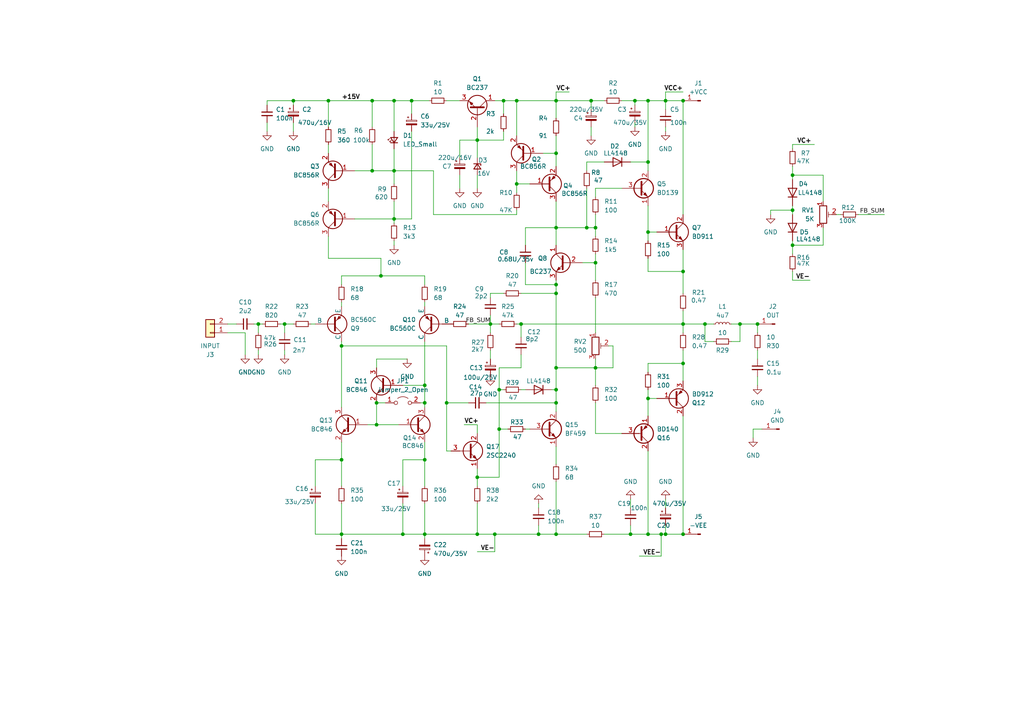
<source format=kicad_sch>
(kicad_sch (version 20250114) (generator "eeschema") (generator_version "9.0")
  (paper "A4")
  (lib_symbols
    (symbol "Connector:Conn_01x01_Pin" (pin_names (offset 1.016) (hide yes))
      (property "Reference" "J" (at 0 2.54 0))
      (property "Value" "Conn_01x01_Pin" (at 0 -2.54 0))
      (symbol "Conn_01x01_Pin_1_1"
        (pin passive line (at 5.08 0 180) (length 3.81) (name "Pin_1") (number "1"))
      )
    )
    (symbol "Connector_Generic:Conn_01x02" (pin_names (offset 1.016) (hide yes))
      (property "Reference" "J" (at 0 2.54 0))
      (property "Value" "Conn_01x02" (at 0 -5.08 0))
      (symbol "Conn_01x02_1_1"
        (pin passive line (at -5.08 0 0) (length 3.81) (name "Pin_1") (number "1"))
        (pin passive line (at -5.08 -2.54 0) (length 3.81) (name "Pin_2") (number "2"))
      )
    )
    (symbol "Device:C_Polarized_Small" (pin_numbers (hide yes)) (pin_names (offset 0.254) (hide yes))
      (property "Reference" "C" (at 0.254 1.778 0))
      (property "Value" "C_Polarized_Small" (at 0.254 -2.032 0))
      (symbol "C_Polarized_Small_1_1"
        (pin passive line (at 0 2.54 270) (length 1.8542) (name "~") (number "1"))
        (pin passive line (at 0 -2.54 90) (length 1.8542) (name "~") (number "2"))
      )
    )
    (symbol "Device:C_Small" (pin_numbers (hide yes)) (pin_names (offset 0.254) (hide yes))
      (property "Reference" "C" (at 0.254 1.778 0))
      (property "Value" "C_Small" (at 0.254 -2.032 0))
      (symbol "C_Small_1_1"
        (pin passive line (at 0 2.54 270) (length 2.032) (name "~") (number "1"))
        (pin passive line (at 0 -2.54 90) (length 2.032) (name "~") (number "2"))
      )
    )
    (symbol "Device:D_Zener_Small" (pin_numbers (hide yes)) (pin_names (offset 0.254) (hide yes))
      (property "Reference" "D" (at 0 2.286 0))
      (property "Value" "D_Zener_Small" (at 0 -2.286 0))
      (symbol "D_Zener_Small_1_1"
        (pin passive line (at -2.54 0 0) (length 1.778) (name "K") (number "1"))
        (pin passive line (at 2.54 0 180) (length 1.778) (name "A") (number "2"))
      )
    )
    (symbol "Device:LED_Small" (pin_numbers (hide yes)) (pin_names (offset 0.254) (hide yes))
      (property "Reference" "D" (at -1.27 3.175 0))
      (property "Value" "LED_Small" (at -4.445 -2.54 0))
      (symbol "LED_Small_1_1"
        (pin passive line (at -2.54 0 0) (length 1.778) (name "K") (number "1"))
        (pin passive line (at 2.54 0 180) (length 1.778) (name "A") (number "2"))
      )
    )
    (symbol "Device:L_Small" (pin_numbers (hide yes)) (pin_names (offset 0.254) (hide yes))
      (property "Reference" "L" (at 0.762 1.016 0))
      (property "Value" "L_Small" (at 0.762 -1.016 0))
      (symbol "L_Small_1_1"
        (pin passive line (at 0 2.54 270) (length 0.508) (name "~") (number "1"))
        (pin passive line (at 0 -2.54 90) (length 0.508) (name "~") (number "2"))
      )
    )
    (symbol "Device:R_Potentiometer_Trim" (pin_names (offset 1.016) (hide yes))
      (property "Reference" "RV" (at -4.445 0 90))
      (property "Value" "R_Potentiometer_Trim" (at -2.54 0 90))
      (symbol "R_Potentiometer_Trim_1_1"
        (pin passive line (at 0 3.81 270) (length 1.27) (name "1") (number "1"))
        (pin passive line (at 0 -3.81 90) (length 1.27) (name "3") (number "3"))
        (pin passive line (at 3.81 0 180) (length 1.27) (name "2") (number "2"))
      )
    )
    (symbol "Device:R_Small" (pin_numbers (hide yes)) (pin_names (offset 0.254) (hide yes))
      (property "Reference" "R" (at 0.762 0.508 0))
      (property "Value" "R_Small" (at 0.762 -1.016 0))
      (symbol "R_Small_1_1"
        (pin passive line (at 0 2.54 270) (length 0.762) (name "~") (number "1"))
        (pin passive line (at 0 -2.54 90) (length 0.762) (name "~") (number "2"))
      )
    )
    (symbol "Diode:LL4148" (pin_numbers (hide yes)) (pin_names (hide yes))
      (property "Reference" "D" (at 0 2.54 0))
      (property "Value" "LL4148" (at 0 -2.54 0))
      (symbol "LL4148_1_1"
        (pin passive line (at -3.81 0 0) (length 2.54) (name "K") (number "1"))
        (pin passive line (at 3.81 0 180) (length 2.54) (name "A") (number "2"))
      )
    )
    (symbol "GND_1" (power) (pin_numbers (hide yes)) (pin_names (offset 0) (hide yes))
      (property "Value" "GND" (at 0 -3.81 0))
      (symbol "GND_1_1_1"
        (pin power_in line (at 0 0 270) (length 0) (name "~") (number "1"))
      )
    )
    (symbol "Jumper:Jumper_2_Open" (pin_names (offset 0) (hide yes))
      (property "Reference" "JP" (at 0 2.794 0))
      (property "Value" "Jumper_2_Open" (at 0 -2.286 0))
      (symbol "Jumper_2_Open_1_1"
        (pin passive line (at -5.08 0 0) (length 2.54) (name "A") (number "1"))
        (pin passive line (at 5.08 0 180) (length 2.54) (name "B") (number "2"))
      )
    )
    (symbol "Simulation_SPICE:PNP" (pin_numbers (hide yes)) (pin_names (offset 0))
      (property "Reference" "Q" (at -2.54 7.62 0))
      (property "Value" "PNP" (at -2.54 5.08 0))
      (symbol "PNP_1_1"
        (pin input line (at -5.08 0 0) (length 2.54) (name "B") (number "2"))
        (pin open_collector line (at 2.54 5.08 270) (length 2.54) (name "C") (number "1"))
        (pin open_emitter line (at 2.54 -5.08 90) (length 2.54) (name "E") (number "3"))
      )
    )
    (symbol "Transistor_BJT:2SC1815" (pin_names (offset 0) (hide yes))
      (property "Reference" "Q" (at 5.08 1.905 0))
      (property "Value" "2SC1815" (at 5.08 0 0))
      (symbol "2SC1815_1_1"
        (pin input line (at -5.08 0 0) (length 2.54) (name "B") (number "3"))
        (pin passive line (at 2.54 5.08 270) (length 2.54) (name "C") (number "2"))
        (pin passive line (at 2.54 -5.08 90) (length 2.54) (name "E") (number "1"))
      )
    )
    (symbol "Transistor_BJT:BC237" (pin_names (offset 0) (hide yes))
      (property "Reference" "Q" (at 5.08 1.905 0))
      (property "Value" "BC237" (at 5.08 0 0))
      (symbol "BC237_1_1"
        (pin input line (at -5.08 0 0) (length 5.08) (name "B") (number "2"))
        (pin passive line (at 2.54 5.08 270) (length 2.54) (name "C") (number "1"))
        (pin passive line (at 2.54 -5.08 90) (length 2.54) (name "E") (number "3"))
      )
    )
    (symbol "Transistor_BJT:BC848" (pin_names (offset 0) (hide yes))
      (property "Reference" "Q" (at 5.08 1.905 0))
      (property "Value" "BC848" (at 5.08 0 0))
      (symbol "BC848_1_1"
        (pin input line (at -5.08 0 0) (length 5.715) (name "B") (number "1"))
        (pin passive line (at 2.54 5.08 270) (length 2.54) (name "C") (number "3"))
        (pin passive line (at 2.54 -5.08 90) (length 2.54) (name "E") (number "2"))
      )
    )
    (symbol "Transistor_BJT:BC858" (pin_names (offset 0) (hide yes))
      (property "Reference" "Q" (at 5.08 1.905 0))
      (property "Value" "BC858" (at 5.08 0 0))
      (symbol "BC858_1_1"
        (pin input line (at -5.08 0 0) (length 5.715) (name "B") (number "1"))
        (pin passive line (at 2.54 5.08 270) (length 2.54) (name "C") (number "3"))
        (pin passive line (at 2.54 -5.08 90) (length 2.54) (name "E") (number "2"))
      )
    )
    (symbol "Transistor_BJT:BD139" (pin_names (offset 0) (hide yes))
      (property "Reference" "Q" (at 5.08 1.905 0))
      (property "Value" "BD139" (at 5.08 0 0))
      (symbol "BD139_1_1"
        (pin input line (at -5.08 0 0) (length 5.08) (name "B") (number "3"))
        (pin passive line (at 2.54 5.08 270) (length 2.54) (name "C") (number "2"))
        (pin passive line (at 2.54 -5.08 90) (length 2.54) (name "E") (number "1"))
      )
    )
    (symbol "Transistor_BJT:BD140" (pin_names (offset 0) (hide yes))
      (property "Reference" "Q" (at 5.08 1.905 0))
      (property "Value" "BD140" (at 5.08 0 0))
      (symbol "BD140_1_1"
        (pin input line (at -5.08 0 0) (length 5.08) (name "B") (number "3"))
        (pin passive line (at 2.54 5.08 270) (length 2.54) (name "C") (number "2"))
        (pin passive line (at 2.54 -5.08 90) (length 2.54) (name "E") (number "1"))
      )
    )
    (symbol "Transistor_BJT:BD911" (pin_names (offset 0) (hide yes))
      (property "Reference" "Q" (at 6.35 1.905 0))
      (property "Value" "BD911" (at 6.35 0 0))
      (symbol "BD911_1_1"
        (pin input line (at -5.08 0 0) (length 5.715) (name "B") (number "1"))
        (pin passive line (at 2.54 5.08 270) (length 2.54) (name "C") (number "2"))
        (pin passive line (at 2.54 -5.08 90) (length 2.54) (name "E") (number "3"))
      )
    )
    (symbol "Transistor_BJT:BD912" (pin_names (offset 0) (hide yes))
      (property "Reference" "Q" (at 6.35 1.905 0))
      (property "Value" "BD912" (at 6.35 0 0))
      (symbol "BD912_1_1"
        (pin input line (at -5.08 0 0) (length 5.715) (name "B") (number "1"))
        (pin passive line (at 2.54 5.08 270) (length 2.54) (name "C") (number "2"))
        (pin passive line (at 2.54 -5.08 90) (length 2.54) (name "E") (number "3"))
      )
    )
    (symbol "power:GND" (power) (pin_names (offset 0))
      (property "Value" "GND" (at 0 -3.81 0))
      (symbol "GND_1_1"
        (pin power_in line (at 0 0 270) (length 0) (hide yes) (name "GND") (number "1"))
      )
    )
  )
  (junction (at 151.13 93.98))
  (junction (at 116.84 154.94))
  (junction (at 123.19 133.35))
  (junction (at 85.09 29.21))
  (junction (at 114.3 49.53))
  (junction (at 172.72 66.04))
  (junction (at 229.87 71.12))
  (junction (at 229.87 50.8))
  (junction (at 193.04 154.94))
  (junction (at 161.29 106.68))
  (junction (at 109.22 123.19))
  (junction (at 161.29 66.04))
  (junction (at 149.86 29.21))
  (junction (at 99.06 133.35))
  (junction (at 187.96 29.21))
  (junction (at 198.12 29.21))
  (junction (at 198.12 93.98))
  (junction (at 129.54 116.84))
  (junction (at 214.63 93.98))
  (junction (at 187.96 115.57))
  (junction (at 161.29 82.55))
  (junction (at 107.95 29.21))
  (junction (at 198.12 78.74))
  (junction (at 107.95 49.53))
  (junction (at 161.29 85.09))
  (junction (at 172.72 106.68))
  (junction (at 161.29 116.84))
  (junction (at 144.78 124.46))
  (junction (at 95.25 29.21))
  (junction (at 149.86 53.34))
  (junction (at 204.47 93.98))
  (junction (at 193.04 29.21))
  (junction (at 142.24 93.98))
  (junction (at 161.29 154.94))
  (junction (at 198.12 105.41))
  (junction (at 191.77 154.94))
  (junction (at 119.38 29.21))
  (junction (at 74.93 93.98))
  (junction (at 114.3 29.21))
  (junction (at 187.96 154.94))
  (junction (at 187.96 46.99))
  (junction (at 144.78 113.03))
  (junction (at 82.55 93.98))
  (junction (at 109.22 116.84))
  (junction (at 143.51 154.94))
  (junction (at 170.18 66.04))
  (junction (at 146.05 29.21))
  (junction (at 99.06 100.33))
  (junction (at 182.88 154.94))
  (junction (at 123.19 116.84))
  (junction (at 184.15 29.21))
  (junction (at 161.29 44.45))
  (junction (at 110.49 80.01))
  (junction (at 114.3 63.5))
  (junction (at 123.19 111.76))
  (junction (at 99.06 154.94))
  (junction (at 161.29 29.21))
  (junction (at 172.72 76.2))
  (junction (at 138.43 154.94))
  (junction (at 138.43 138.43))
  (junction (at 219.71 93.98))
  (junction (at 156.21 154.94))
  (junction (at 161.29 113.03))
  (junction (at 171.45 29.21))
  (junction (at 123.19 154.94))
  (junction (at 138.43 40.64))
  (junction (at 198.12 154.94))
  (junction (at 229.87 60.96))
  (junction (at 187.96 67.31))
  (wire (pts (xy 161.29 26.67) (xy 161.29 29.21)))
  (wire (pts (xy 229.87 59.69) (xy 229.87 60.96)))
  (wire (pts (xy 219.71 104.14) (xy 219.71 101.6)))
  (wire (pts (xy 161.29 106.68) (xy 161.29 113.03)))
  (wire (pts (xy 172.72 116.84) (xy 172.72 125.73)))
  (wire (pts (xy 114.3 49.53) (xy 114.3 53.34)))
  (wire (pts (xy 129.54 29.21) (xy 133.35 29.21)))
  (wire (pts (xy 175.26 154.94) (xy 182.88 154.94)))
  (wire (pts (xy 198.12 78.74) (xy 198.12 85.09)))
  (wire (pts (xy 161.29 39.37) (xy 161.29 44.45)))
  (wire (pts (xy 229.87 50.8) (xy 229.87 52.07)))
  (wire (pts (xy 95.25 29.21) (xy 107.95 29.21)))
  (wire (pts (xy 74.93 93.98) (xy 74.93 96.52)))
  (wire (pts (xy 161.29 58.42) (xy 161.29 66.04)))
  (wire (pts (xy 138.43 125.73) (xy 138.43 123.19)))
  (wire (pts (xy 198.12 29.21) (xy 198.12 62.23)))
  (wire (pts (xy 156.21 146.05) (xy 156.21 147.32)))
  (wire (pts (xy 190.5 115.57) (xy 187.96 115.57)))
  (wire (pts (xy 234.95 81.28) (xy 229.87 81.28)))
  (wire (pts (xy 182.88 46.99) (xy 187.96 46.99)))
  (wire (pts (xy 143.51 29.21) (xy 146.05 29.21)))
  (wire (pts (xy 68.58 93.98) (xy 66.04 93.98)))
  (wire (pts (xy 219.71 96.52) (xy 219.71 93.98)))
  (wire (pts (xy 138.43 135.89) (xy 138.43 138.43)))
  (wire (pts (xy 172.72 66.04) (xy 172.72 68.58)))
  (wire (pts (xy 138.43 36.83) (xy 138.43 40.64)))
  (wire (pts (xy 109.22 123.19) (xy 115.57 123.19)))
  (wire (pts (xy 102.87 63.5) (xy 114.3 63.5)))
  (wire (pts (xy 114.3 63.5) (xy 114.3 64.77)))
  (wire (pts (xy 99.06 128.27) (xy 99.06 133.35)))
  (wire (pts (xy 176.53 100.33) (xy 177.8 100.33)))
  (wire (pts (xy 91.44 154.94) (xy 91.44 146.05)))
  (wire (pts (xy 161.29 139.7) (xy 161.29 154.94)))
  (wire (pts (xy 184.15 29.21) (xy 184.15 30.48)))
  (wire (pts (xy 85.09 35.56) (xy 85.09 38.1)))
  (wire (pts (xy 77.47 35.56) (xy 77.47 38.1)))
  (wire (pts (xy 170.18 46.99) (xy 170.18 49.53)))
  (wire (pts (xy 133.35 40.64) (xy 138.43 40.64)))
  (wire (pts (xy 172.72 86.36) (xy 172.72 96.52)))
  (wire (pts (xy 177.8 100.33) (xy 177.8 106.68)))
  (wire (pts (xy 123.19 111.76) (xy 123.19 116.84)))
  (wire (pts (xy 191.77 154.94) (xy 193.04 154.94)))
  (wire (pts (xy 149.86 60.96) (xy 149.86 62.23)))
  (wire (pts (xy 95.25 41.91) (xy 95.25 44.45)))
  (wire (pts (xy 187.96 113.03) (xy 187.96 115.57)))
  (wire (pts (xy 242.57 62.23) (xy 243.84 62.23)))
  (wire (pts (xy 99.06 99.06) (xy 99.06 100.33)))
  (wire (pts (xy 82.55 93.98) (xy 82.55 96.52)))
  (wire (pts (xy 99.06 100.33) (xy 129.54 100.33)))
  (wire (pts (xy 198.12 93.98) (xy 198.12 96.52)))
  (wire (pts (xy 172.72 73.66) (xy 172.72 76.2)))
  (wire (pts (xy 171.45 29.21) (xy 171.45 31.75)))
  (wire (pts (xy 198.12 101.6) (xy 198.12 105.41)))
  (wire (pts (xy 149.86 93.98) (xy 151.13 93.98)))
  (wire (pts (xy 229.87 71.12) (xy 229.87 73.66)))
  (wire (pts (xy 82.55 101.6) (xy 82.55 102.87)))
  (wire (pts (xy 149.86 62.23) (xy 125.73 62.23)))
  (wire (pts (xy 106.68 123.19) (xy 109.22 123.19)))
  (wire (pts (xy 187.96 115.57) (xy 187.96 120.65)))
  (wire (pts (xy 168.91 76.2) (xy 172.72 76.2)))
  (wire (pts (xy 114.3 69.85) (xy 114.3 71.12)))
  (wire (pts (xy 143.51 154.94) (xy 156.21 154.94)))
  (wire (pts (xy 114.3 29.21) (xy 114.3 38.1)))
  (wire (pts (xy 138.43 50.8) (xy 138.43 54.61)))
  (wire (pts (xy 144.78 138.43) (xy 138.43 138.43)))
  (wire (pts (xy 81.28 93.98) (xy 82.55 93.98)))
  (wire (pts (xy 149.86 53.34) (xy 149.86 55.88)))
  (wire (pts (xy 198.12 26.67) (xy 193.04 26.67)))
  (wire (pts (xy 99.06 154.94) (xy 99.06 156.21)))
  (wire (pts (xy 193.04 29.21) (xy 198.12 29.21)))
  (wire (pts (xy 138.43 138.43) (xy 138.43 140.97)))
  (wire (pts (xy 238.76 71.12) (xy 229.87 71.12)))
  (wire (pts (xy 187.96 46.99) (xy 187.96 49.53)))
  (wire (pts (xy 121.92 116.84) (xy 123.19 116.84)))
  (wire (pts (xy 161.29 81.28) (xy 161.29 82.55)))
  (wire (pts (xy 161.29 113.03) (xy 161.29 116.84)))
  (wire (pts (xy 144.78 124.46) (xy 144.78 138.43)))
  (wire (pts (xy 151.13 85.09) (xy 161.29 85.09)))
  (wire (pts (xy 161.29 26.67) (xy 165.1 26.67)))
  (wire (pts (xy 149.86 29.21) (xy 149.86 39.37)))
  (wire (pts (xy 185.42 161.29) (xy 191.77 161.29)))
  (wire (pts (xy 133.35 50.8) (xy 133.35 54.61)))
  (wire (pts (xy 172.72 125.73) (xy 180.34 125.73)))
  (wire (pts (xy 198.12 90.17) (xy 198.12 93.98)))
  (wire (pts (xy 107.95 41.91) (xy 107.95 49.53)))
  (wire (pts (xy 95.25 74.93) (xy 110.49 74.93)))
  (wire (pts (xy 146.05 29.21) (xy 149.86 29.21)))
  (wire (pts (xy 116.84 154.94) (xy 123.19 154.94)))
  (wire (pts (xy 161.29 106.68) (xy 172.72 106.68)))
  (wire (pts (xy 129.54 100.33) (xy 129.54 116.84)))
  (wire (pts (xy 123.19 154.94) (xy 138.43 154.94)))
  (wire (pts (xy 238.76 58.42) (xy 238.76 50.8)))
  (wire (pts (xy 109.22 116.84) (xy 111.76 116.84)))
  (wire (pts (xy 144.78 113.03) (xy 146.05 113.03)))
  (wire (pts (xy 138.43 40.64) (xy 138.43 45.72)))
  (wire (pts (xy 152.4 76.2) (xy 152.4 82.55)))
  (wire (pts (xy 102.87 49.53) (xy 107.95 49.53)))
  (wire (pts (xy 204.47 93.98) (xy 204.47 99.06)))
  (wire (pts (xy 214.63 99.06) (xy 214.63 93.98)))
  (wire (pts (xy 138.43 40.64) (xy 146.05 40.64)))
  (wire (pts (xy 187.96 78.74) (xy 198.12 78.74)))
  (wire (pts (xy 172.72 76.2) (xy 172.72 81.28)))
  (wire (pts (xy 193.04 36.83) (xy 193.04 38.1)))
  (wire (pts (xy 187.96 107.95) (xy 187.96 105.41)))
  (wire (pts (xy 99.06 80.01) (xy 110.49 80.01)))
  (wire (pts (xy 212.09 93.98) (xy 214.63 93.98)))
  (wire (pts (xy 142.24 85.09) (xy 142.24 86.36)))
  (wire (pts (xy 182.88 152.4) (xy 182.88 154.94)))
  (wire (pts (xy 114.3 43.18) (xy 114.3 49.53)))
  (wire (pts (xy 170.18 54.61) (xy 170.18 66.04)))
  (wire (pts (xy 229.87 69.85) (xy 229.87 71.12)))
  (wire (pts (xy 151.13 93.98) (xy 198.12 93.98)))
  (wire (pts (xy 172.72 104.14) (xy 172.72 106.68)))
  (wire (pts (xy 144.78 113.03) (xy 144.78 124.46)))
  (wire (pts (xy 187.96 67.31) (xy 190.5 67.31)))
  (wire (pts (xy 177.8 106.68) (xy 172.72 106.68)))
  (wire (pts (xy 91.44 93.98) (xy 90.17 93.98)))
  (wire (pts (xy 172.72 54.61) (xy 180.34 54.61)))
  (wire (pts (xy 119.38 29.21) (xy 124.46 29.21)))
  (wire (pts (xy 170.18 46.99) (xy 175.26 46.99)))
  (wire (pts (xy 187.96 154.94) (xy 191.77 154.94)))
  (wire (pts (xy 123.19 154.94) (xy 123.19 156.21)))
  (wire (pts (xy 99.06 100.33) (xy 99.06 118.11)))
  (wire (pts (xy 125.73 62.23) (xy 125.73 49.53)))
  (wire (pts (xy 66.04 96.52) (xy 71.12 96.52)))
  (wire (pts (xy 77.47 29.21) (xy 85.09 29.21)))
  (wire (pts (xy 248.92 62.23) (xy 256.54 62.23)))
  (wire (pts (xy 138.43 154.94) (xy 143.51 154.94)))
  (wire (pts (xy 223.52 62.23) (xy 223.52 60.96)))
  (wire (pts (xy 238.76 50.8) (xy 229.87 50.8)))
  (wire (pts (xy 109.22 116.84) (xy 109.22 123.19)))
  (wire (pts (xy 152.4 124.46) (xy 153.67 124.46)))
  (wire (pts (xy 140.97 116.84) (xy 161.29 116.84)))
  (wire (pts (xy 144.78 106.68) (xy 151.13 106.68)))
  (wire (pts (xy 149.86 29.21) (xy 161.29 29.21)))
  (wire (pts (xy 160.02 113.03) (xy 161.29 113.03)))
  (wire (pts (xy 135.89 93.98) (xy 142.24 93.98)))
  (wire (pts (xy 161.29 129.54) (xy 161.29 134.62)))
  (wire (pts (xy 198.12 93.98) (xy 204.47 93.98)))
  (wire (pts (xy 123.19 99.06) (xy 123.19 111.76)))
  (wire (pts (xy 129.54 130.81) (xy 130.81 130.81)))
  (wire (pts (xy 149.86 53.34) (xy 153.67 53.34)))
  (wire (pts (xy 191.77 161.29) (xy 191.77 154.94)))
  (wire (pts (xy 107.95 29.21) (xy 114.3 29.21)))
  (wire (pts (xy 218.44 124.46) (xy 218.44 127)))
  (wire (pts (xy 73.66 93.98) (xy 74.93 93.98)))
  (wire (pts (xy 157.48 44.45) (xy 161.29 44.45)))
  (wire (pts (xy 133.35 40.64) (xy 133.35 45.72)))
  (wire (pts (xy 229.87 41.91) (xy 229.87 43.18)))
  (wire (pts (xy 172.72 57.15) (xy 172.72 54.61)))
  (wire (pts (xy 161.29 66.04) (xy 170.18 66.04)))
  (wire (pts (xy 129.54 116.84) (xy 135.89 116.84)))
  (wire (pts (xy 144.78 106.68) (xy 144.78 113.03)))
  (wire (pts (xy 193.04 144.78) (xy 193.04 147.32)))
  (wire (pts (xy 187.96 59.69) (xy 187.96 67.31)))
  (wire (pts (xy 187.96 74.93) (xy 187.96 78.74)))
  (wire (pts (xy 229.87 48.26) (xy 229.87 50.8)))
  (wire (pts (xy 170.18 66.04) (xy 172.72 66.04)))
  (wire (pts (xy 146.05 29.21) (xy 146.05 33.02)))
  (wire (pts (xy 109.22 104.14) (xy 118.11 104.14)))
  (wire (pts (xy 99.06 154.94) (xy 116.84 154.94)))
  (wire (pts (xy 110.49 80.01) (xy 123.19 80.01)))
  (wire (pts (xy 74.93 101.6) (xy 74.93 102.87)))
  (wire (pts (xy 99.06 154.94) (xy 91.44 154.94)))
  (wire (pts (xy 187.96 105.41) (xy 198.12 105.41)))
  (wire (pts (xy 187.96 67.31) (xy 187.96 69.85)))
  (wire (pts (xy 109.22 104.14) (xy 109.22 106.68)))
  (wire (pts (xy 91.44 140.97) (xy 91.44 133.35)))
  (wire (pts (xy 156.21 154.94) (xy 161.29 154.94)))
  (wire (pts (xy 74.93 93.98) (xy 76.2 93.98)))
  (wire (pts (xy 95.25 54.61) (xy 95.25 58.42)))
  (wire (pts (xy 151.13 113.03) (xy 152.4 113.03)))
  (wire (pts (xy 198.12 120.65) (xy 198.12 154.94)))
  (wire (pts (xy 161.29 44.45) (xy 161.29 48.26)))
  (wire (pts (xy 180.34 29.21) (xy 184.15 29.21)))
  (wire (pts (xy 119.38 33.02) (xy 119.38 29.21)))
  (wire (pts (xy 99.06 146.05) (xy 99.06 154.94)))
  (wire (pts (xy 91.44 133.35) (xy 99.06 133.35)))
  (wire (pts (xy 220.98 124.46) (xy 218.44 124.46)))
  (wire (pts (xy 193.04 29.21) (xy 193.04 31.75)))
  (wire (pts (xy 123.19 128.27) (xy 123.19 133.35)))
  (wire (pts (xy 85.09 30.48) (xy 85.09 29.21)))
  (wire (pts (xy 161.29 29.21) (xy 161.29 34.29)))
  (wire (pts (xy 143.51 160.02) (xy 143.51 154.94)))
  (wire (pts (xy 223.52 60.96) (xy 229.87 60.96)))
  (wire (pts (xy 182.88 154.94) (xy 187.96 154.94)))
  (wire (pts (xy 116.84 146.05) (xy 116.84 154.94)))
  (wire (pts (xy 116.84 133.35) (xy 123.19 133.35)))
  (wire (pts (xy 172.72 62.23) (xy 172.72 66.04)))
  (wire (pts (xy 123.19 116.84) (xy 123.19 118.11)))
  (wire (pts (xy 151.13 102.87) (xy 151.13 106.68)))
  (wire (pts (xy 123.19 82.55) (xy 123.19 80.01)))
  (wire (pts (xy 107.95 29.21) (xy 107.95 36.83)))
  (wire (pts (xy 193.04 152.4) (xy 193.04 154.94)))
  (wire (pts (xy 161.29 29.21) (xy 171.45 29.21)))
  (wire (pts (xy 123.19 87.63) (xy 123.19 88.9)))
  (wire (pts (xy 144.78 124.46) (xy 147.32 124.46)))
  (wire (pts (xy 114.3 29.21) (xy 119.38 29.21)))
  (wire (pts (xy 171.45 36.83) (xy 171.45 39.37)))
  (wire (pts (xy 161.29 66.04) (xy 161.29 71.12)))
  (wire (pts (xy 99.06 133.35) (xy 99.06 140.97)))
  (wire (pts (xy 142.24 101.6) (xy 142.24 104.14)))
  (wire (pts (xy 184.15 35.56) (xy 184.15 36.83)))
  (wire (pts (xy 138.43 123.19) (xy 134.62 123.19)))
  (wire (pts (xy 114.3 63.5) (xy 119.38 63.5)))
  (wire (pts (xy 187.96 29.21) (xy 187.96 46.99)))
  (wire (pts (xy 82.55 93.98) (xy 85.09 93.98)))
  (wire (pts (xy 187.96 29.21) (xy 193.04 29.21)))
  (wire (pts (xy 123.19 146.05) (xy 123.19 154.94)))
  (wire (pts (xy 161.29 116.84) (xy 161.29 119.38)))
  (wire (pts (xy 198.12 72.39) (xy 198.12 78.74)))
  (wire (pts (xy 146.05 38.1) (xy 146.05 40.64)))
  (wire (pts (xy 161.29 82.55) (xy 161.29 85.09)))
  (wire (pts (xy 182.88 144.78) (xy 182.88 147.32)))
  (wire (pts (xy 95.25 68.58) (xy 95.25 74.93)))
  (wire (pts (xy 142.24 93.98) (xy 144.78 93.98)))
  (wire (pts (xy 142.24 93.98) (xy 142.24 96.52)))
  (wire (pts (xy 193.04 154.94) (xy 198.12 154.94)))
  (wire (pts (xy 107.95 49.53) (xy 114.3 49.53)))
  (wire (pts (xy 138.43 146.05) (xy 138.43 154.94)))
  (wire (pts (xy 123.19 133.35) (xy 123.19 140.97)))
  (wire (pts (xy 152.4 66.04) (xy 161.29 66.04)))
  (wire (pts (xy 77.47 29.21) (xy 77.47 30.48)))
  (wire (pts (xy 116.84 140.97) (xy 116.84 133.35)))
  (wire (pts (xy 99.06 87.63) (xy 99.06 88.9)))
  (wire (pts (xy 172.72 106.68) (xy 172.72 111.76)))
  (wire (pts (xy 212.09 99.06) (xy 214.63 99.06)))
  (wire (pts (xy 187.96 130.81) (xy 187.96 154.94)))
  (wire (pts (xy 238.76 66.04) (xy 238.76 71.12)))
  (wire (pts (xy 229.87 81.28) (xy 229.87 78.74)))
  (wire (pts (xy 156.21 152.4) (xy 156.21 154.94)))
  (wire (pts (xy 151.13 97.79) (xy 151.13 93.98)))
  (wire (pts (xy 236.22 41.91) (xy 229.87 41.91)))
  (wire (pts (xy 142.24 91.44) (xy 142.24 93.98)))
  (wire (pts (xy 95.25 36.83) (xy 95.25 29.21)))
  (wire (pts (xy 146.05 85.09) (xy 142.24 85.09)))
  (wire (pts (xy 99.06 80.01) (xy 99.06 82.55)))
  (wire (pts (xy 204.47 93.98) (xy 207.01 93.98)))
  (wire (pts (xy 161.29 85.09) (xy 161.29 106.68)))
  (wire (pts (xy 184.15 29.21) (xy 187.96 29.21)))
  (wire (pts (xy 152.4 71.12) (xy 152.4 66.04)))
  (wire (pts (xy 219.71 111.76) (xy 219.71 109.22)))
  (wire (pts (xy 161.29 154.94) (xy 170.18 154.94)))
  (wire (pts (xy 85.09 29.21) (xy 95.25 29.21)))
  (wire (pts (xy 138.43 160.02) (xy 143.51 160.02)))
  (wire (pts (xy 114.3 49.53) (xy 125.73 49.53)))
  (wire (pts (xy 171.45 29.21) (xy 175.26 29.21)))
  (wire (pts (xy 114.3 58.42) (xy 114.3 63.5)))
  (wire (pts (xy 207.01 99.06) (xy 204.47 99.06)))
  (wire (pts (xy 110.49 74.93) (xy 110.49 80.01)))
  (wire (pts (xy 193.04 26.67) (xy 193.04 29.21)))
  (wire (pts (xy 119.38 38.1) (xy 119.38 63.5)))
  (wire (pts (xy 149.86 49.53) (xy 149.86 53.34)))
  (wire (pts (xy 229.87 60.96) (xy 229.87 62.23)))
  (wire (pts (xy 71.12 102.87) (xy 71.12 96.52)))
  (wire (pts (xy 129.54 116.84) (xy 129.54 130.81)))
  (wire (pts (xy 198.12 105.41) (xy 198.12 110.49)))
  (wire (pts (xy 152.4 82.55) (xy 161.29 82.55)))
  (wire (pts (xy 116.84 111.76) (xy 123.19 111.76)))
  (wire (pts (xy 214.63 93.98) (xy 219.71 93.98)))
  (label "VC+" (at 161.29 26.67 0) (effects (font (thickness 0.254) (bold yes))))
  (label "VCC+" (at 198.12 26.67 180) (effects (font (thickness 0.254) (bold yes))))
  (label "FB_SUM" (at 142.24 93.98 180))
  (label "FB_SUM" (at 256.54 62.23 180))
  (label "VC+" (at 231.14 41.91 0) (effects (font (thickness 0.254) (bold yes))))
  (label "VE-" (at 234.95 81.28 180) (effects (font (thickness 0.254) (bold yes))))
  (label "VE-" (at 143.51 160.02 180) (effects (font (thickness 0.254) (bold yes))))
  (label "VEE-" (at 191.77 161.29 180) (effects (font (thickness 0.254) (bold yes))))
  (label "VC+" (at 134.62 123.19 0) (effects (font (thickness 0.254) (bold yes))))
  (label "+15V" (at 99.06 29.21 0) (effects (font (thickness 0.254) (bold yes))))
  (symbol (lib_id "Device:R_Small") (at 246.38 62.23 90) (unit 1)
    (property "Reference" "R12" (at 247.904 60.198 90) (effects (justify left)))
    (property "Value" "100K" (at 248.412 64.008 90) (effects (justify left)))
    (property "Footprint" "Resistor_SMD:R_1206_3216Metric_Pad1.30x1.75mm_HandSolder" (effects (hide yes)))
  )
  (symbol (lib_id "Device:R_Small") (at 161.29 137.16 180) (unit 1)
    (property "Reference" "R34" (at 163.83 135.8899 0) (effects (justify right)))
    (property "Value" "68" (at 163.83 138.4299 0) (effects (justify right)))
    (property "Footprint" "Resistor_SMD:R_1206_3216Metric_Pad1.30x1.75mm_HandSolder" (effects (hide yes)))
  )
  (symbol (lib_id "Diode:LL4148") (at 229.87 55.88 90) (unit 1)
    (property "Reference" "D4" (at 231.648 53.34 90) (effects (justify right)))
    (property "Value" "LL4148" (at 231.394 55.88 90) (effects (justify right)))
    (property "Footprint" "Diode_SMD:D_MiniMELF" (effects (hide yes)))
    (property "Datasheet" "http://www.vishay.com/docs/85557/ll4148.pdf" (effects (hide yes)))
    (property "Description" "100V 0.15A standard switching diode, MiniMELF" (effects (hide yes)))
    (property "Sim.Device" "D" (effects (hide yes)))
    (property "Sim.Pins" "1=K 2=A" (effects (hide yes)))
  )
  (symbol (lib_id "Device:R_Small") (at 87.63 93.98 90) (unit 1)
    (property "Reference" "R23" (at 87.63 88.9 90))
    (property "Value" "47" (at 87.63 91.44 90))
    (property "Footprint" "Resistor_SMD:R_1206_3216Metric_Pad1.30x1.75mm_HandSolder" (effects (hide yes)))
  )
  (symbol (lib_id "power:GND") (at 74.93 102.87 0) (unit 1)
    (property "Reference" "#PWR011" (effects (hide yes)))
    (property "Value" "GND" (at 74.93 107.95 0))
  )
  (symbol (lib_id "Device:C_Small") (at 77.47 33.02 0) (unit 1)
    (property "Reference" "C1" (at 80.01 31.7563 0) (effects (justify left)))
    (property "Value" "100n" (at 80.01 34.2963 0) (effects (justify left)))
    (property "Footprint" "Capacitor_SMD:C_0805_2012Metric_Pad1.18x1.45mm_HandSolder" (effects (hide yes)))
  )
  (symbol (lib_id "Device:R_Small") (at 170.18 52.07 0) (unit 1)
    (property "Reference" "R8" (at 171.45 50.038 0) (effects (justify left)))
    (property "Value" "47" (at 172.212 52.324 0) (effects (justify left)))
    (property "Footprint" "Resistor_SMD:R_1206_3216Metric_Pad1.30x1.75mm_HandSolder" (effects (hide yes)))
  )
  (symbol (lib_id "power:GND") (at 123.19 161.29 0) (unit 1)
    (property "Reference" "#PWR021" (effects (hide yes)))
    (property "Value" "GND" (at 123.19 166.37 0))
  )
  (symbol (lib_id "Device:C_Small") (at 82.55 99.06 0) (unit 1)
    (property "Reference" "C11" (at 85.09 98.552 0) (effects (justify left)))
    (property "Value" "2n7" (at 84.836 101.6 0) (effects (justify left)))
    (property "Footprint" "Capacitor_THT:C_Axial_L3.8mm_D2.6mm_P7.50mm_Horizontal" (effects (hide yes)))
  )
  (symbol (lib_id "power:GND") (at 218.44 127 0) (unit 1)
    (property "Reference" "#PWR016" (effects (hide yes)))
    (property "Value" "GND" (at 218.44 132.08 0))
  )
  (symbol (lib_id "Device:R_Small") (at 209.55 99.06 270) (unit 1)
    (property "Reference" "R29" (at 209.55 101.6 90))
    (property "Value" "10" (at 209.55 96.52 90))
    (property "Footprint" "Resistor_THT:R_Axial_DIN0617_L17.0mm_D6.0mm_P5.08mm_Vertical" (effects (hide yes)))
  )
  (symbol (lib_id "Device:R_Small") (at 123.19 143.51 0) (unit 1)
    (property "Reference" "R36" (at 125.73 142.24 0) (effects (justify left)))
    (property "Value" "100" (at 125.73 144.78 0) (effects (justify left)))
    (property "Footprint" "Resistor_SMD:R_1206_3216Metric_Pad1.30x1.75mm_HandSolder" (effects (hide yes)))
  )
  (symbol (lib_id "Diode:LL4148") (at 156.21 113.03 180) (unit 1)
    (property "Reference" "D6" (effects (hide yes)))
    (property "Value" "LL4148" (at 156.21 110.49 0))
    (property "Footprint" "Diode_SMD:D_MiniMELF" (effects (hide yes)))
    (property "Datasheet" "http://www.vishay.com/docs/85557/ll4148.pdf" (effects (hide yes)))
    (property "Description" "100V 0.15A standard switching diode, MiniMELF" (effects (hide yes)))
    (property "Sim.Device" "D" (effects (hide yes)))
    (property "Sim.Pins" "1=K 2=A" (effects (hide yes)))
  )
  (symbol (lib_id "Device:C_Polarized_Small") (at 171.45 34.29 0) (unit 1)
    (property "Reference" "C4" (at 166.37 34.29 0) (effects (justify left)))
    (property "Value" "220u/35V" (at 165.1 31.75 0) (effects (justify left)))
    (property "Footprint" "Capacitor_THT:CP_Radial_D10.0mm_P5.00mm" (effects (hide yes)))
  )
  (symbol (lib_id "Transistor_BJT:2SC1815") (at 135.89 130.81 0) (unit 1)
    (property "Reference" "Q17" (at 140.97 129.5399 0) (effects (justify left)))
    (property "Value" "2SC2240" (at 140.97 132.0799 0) (effects (justify left)))
    (property "Footprint" "Package_TO_SOT_THT:TO-92_HandSolder" (effects (hide yes)))
    (property "Datasheet" "https://media.digikey.com/pdf/Data%20Sheets/Toshiba%20PDFs/2SC1815.pdf" (effects (hide yes)))
    (property "Description" "0.15A Ic, 50V Vce, Low Noise Audio NPN Transistor, TO-92" (effects (hide yes)))
  )
  (symbol (lib_id "Transistor_BJT:BD139") (at 158.75 124.46 0) (unit 1)
    (property "Reference" "Q15" (at 163.83 123.19 0) (effects (justify left)))
    (property "Value" "BF459" (at 163.83 125.73 0) (effects (justify left)))
    (property "Footprint" "Package_TO_SOT_THT:TO-126-3_Vertical" (effects (hide yes)))
    (property "Datasheet" "http://www.st.com/internet/com/TECHNICAL_RESOURCES/TECHNICAL_LITERATURE/DATASHEET/CD00001225.pdf" (effects (hide yes)))
  )
  (symbol (lib_id "power:GND") (at 156.21 146.05 180) (unit 1)
    (property "Reference" "#PWR019" (effects (hide yes)))
    (property "Value" "GND" (at 156.21 140.97 0))
  )
  (symbol (lib_id "Device:C_Polarized_Small") (at 184.15 33.02 0) (unit 1)
    (property "Reference" "C3" (at 179.07 31.75 0) (effects (justify left)))
    (property "Value" "470u/35V" (at 177.8 35.56 0) (effects (justify left)))
    (property "Footprint" "Capacitor_THT:CP_Radial_D10.0mm_P5.00mm" (effects (hide yes)))
  )
  (symbol (lib_id "Transistor_BJT:BC858") (at 97.79 63.5 180) (unit 1)
    (property "Reference" "Q6" (at 92.71 62.23 0) (effects (justify left)))
    (property "Value" "BC856R" (at 92.71 64.77 0) (effects (justify left)))
    (property "Footprint" "Tranzystor_SMD:BC556R" (effects (hide yes)))
    (property "Datasheet" "https://www.onsemi.com/pub/Collateral/BC860-D.pdf" (effects (hide yes)))
  )
  (symbol (lib_id "Device:R_Small") (at 229.87 45.72 180) (unit 1)
    (property "Reference" "R7" (at 234.95 44.45 0) (effects (justify left)))
    (property "Value" "47K" (at 234.95 46.736 0) (effects (justify left)))
    (property "Footprint" "Resistor_SMD:R_1206_3216Metric_Pad1.30x1.75mm_HandSolder" (effects (hide yes)))
  )
  (symbol (lib_id "power:GND") (at 114.3 71.12 0) (unit 1)
    (property "Reference" "#PWR09" (effects (hide yes)))
    (property "Value" "GND" (at 114.3 76.2 0))
  )
  (symbol (lib_id "power:GND") (at 184.15 36.83 0) (unit 1)
    (property "Reference" "#PWR01" (effects (hide yes)))
    (property "Value" "GND" (at 184.15 41.91 0))
  )
  (symbol (lib_id "Device:C_Polarized_Small") (at 116.84 143.51 0) (unit 1)
    (property "Reference" "C17" (at 112.268 140.208 0) (effects (justify left)))
    (property "Value" "33u/25V" (at 110.49 147.574 0) (effects (justify left)))
    (property "Footprint" "Capacitor_THT:CP_Radial_Tantal_D5.0mm_P2.50mm" (effects (hide yes)))
    (property "Description" "Polarized capacitor, small symbol" (effects (hide yes)))
  )
  (symbol (lib_id "power:GND") (at 133.35 54.61 0) (unit 1)
    (property "Reference" "#PWR06" (effects (hide yes)))
    (property "Value" "GND" (at 133.35 59.69 0))
  )
  (symbol (lib_id "Device:R_Small") (at 172.72 114.3 0) (unit 1)
    (property "Reference" "R32" (at 175.26 113.03 0) (effects (justify left)))
    (property "Value" "100" (at 175.26 115.57 0) (effects (justify left)))
    (property "Footprint" "Resistor_THT:R_Axial_DIN0309_L9.0mm_D3.2mm_P12.70mm_Horizontal" (effects (hide yes)))
  )
  (symbol (lib_id "Connector:Conn_01x01_Pin") (at 203.2 29.21 0) (mirror y) (unit 1)
    (property "Reference" "J1" (at 202.565 24.13 0))
    (property "Value" "+VCC" (at 202.565 26.67 0))
    (property "Footprint" "Connector_PinHeader_2.54mm:PinHeader_1x01_P2.54mm_Vertical" (effects (hide yes)))
  )
  (symbol (lib_id "Device:C_Polarized_Small") (at 133.35 48.26 0) (unit 1)
    (property "Reference" "C7" (at 128.27 48.26 0) (effects (justify left)))
    (property "Value" "220u/16V" (at 127 45.72 0) (effects (justify left)))
    (property "Footprint" "Capacitor_THT:CP_Radial_D10.0mm_P5.00mm" (effects (hide yes)))
  )
  (symbol (lib_id "Device:C_Small") (at 152.4 73.66 0) (unit 1)
    (property "Reference" "C8" (at 144.78 73.152 0) (effects (justify left)))
    (property "Value" "0.68U/35v" (at 144.272 75.184 0) (effects (justify left)))
    (property "Footprint" "Capacitor_THT:C_Rect_L9.0mm_W2.5mm_P7.50mm_MKT" (effects (hide yes)))
  )
  (symbol (lib_id "Transistor_BJT:BD912") (at 195.58 115.57 0) (mirror x) (unit 1)
    (property "Reference" "Q12" (at 200.66 116.84 0) (effects (justify left)))
    (property "Value" "BD912" (at 200.66 114.3 0) (effects (justify left)))
    (property "Footprint" "Package_TO_SOT_THT:TO-220-3_Vertical" (effects (hide yes)))
    (property "Datasheet" "http://www.st.com/internet/com/TECHNICAL_RESOURCES/TECHNICAL_LITERATURE/DATASHEET/CD00001277.pdf" (effects (hide yes)))
  )
  (symbol (lib_id "Device:C_Polarized_Small") (at 142.24 106.68 0) (unit 1)
    (property "Reference" "C13" (at 136.144 106.68 0) (effects (justify left)))
    (property "Value" "100u/25V" (at 134.366 109.474 0) (effects (justify left)))
    (property "Footprint" "Capacitor_THT:CP_Radial_D5.0mm_P2.50mm" (effects (hide yes)))
  )
  (symbol (lib_id "power:GND") (at 99.06 161.29 0) (unit 1)
    (property "Reference" "#PWR020" (effects (hide yes)))
    (property "Value" "GND" (at 99.06 166.37 0))
  )
  (symbol (lib_id "Diode:LL4148") (at 229.87 66.04 90) (unit 1)
    (property "Reference" "D5" (at 231.902 67.31 90) (effects (justify right)))
    (property "Value" "LL4148" (at 230.886 69.342 90) (effects (justify right)))
    (property "Footprint" "Diode_SMD:D_MiniMELF" (effects (hide yes)))
    (property "Datasheet" "http://www.vishay.com/docs/85557/ll4148.pdf" (effects (hide yes)))
    (property "Description" "100V 0.15A standard switching diode, MiniMELF" (effects (hide yes)))
    (property "Sim.Device" "D" (effects (hide yes)))
    (property "Sim.Pins" "1=K 2=A" (effects (hide yes)))
  )
  (symbol (lib_id "Device:R_Small") (at 95.25 39.37 0) (unit 1)
    (property "Reference" "R5" (at 97.79 38.1 0) (effects (justify left)))
    (property "Value" "360" (at 97.79 40.64 0) (effects (justify left)))
    (property "Footprint" "Resistor_SMD:R_1206_3216Metric_Pad1.30x1.75mm_HandSolder" (effects (hide yes)))
  )
  (symbol (lib_id "Device:R_Small") (at 142.24 99.06 0) (unit 1)
    (property "Reference" "R27" (at 136.652 99.314 0) (effects (justify left)))
    (property "Value" "2k7" (at 136.652 101.346 0) (effects (justify left)))
    (property "Footprint" "Resistor_THT:R_Axial_DIN0204_L3.6mm_D1.6mm_P7.62mm_Horizontal" (effects (hide yes)))
  )
  (symbol (lib_id "Transistor_BJT:BC848") (at 111.76 111.76 0) (mirror y) (unit 1)
    (property "Reference" "Q11" (at 106.68 110.49 0) (effects (justify left)))
    (property "Value" "BC846" (at 106.68 113.03 0) (effects (justify left)))
    (property "Footprint" "Package_TO_SOT_SMD:SOT-23" (effects (hide yes)))
    (property "Datasheet" "http://www.infineon.com/dgdl/Infineon-BC847SERIES_BC848SERIES_BC849SERIES_BC850SERIES-DS-v01_01-en.pdf?fileId=db3a304314dca389011541d4630a1657" (effects (hide yes)))
  )
  (symbol (lib_id "Device:R_Small") (at 114.3 67.31 0) (unit 1)
    (property "Reference" "R13" (at 116.84 66.04 0) (effects (justify left)))
    (property "Value" "3k3" (at 116.84 68.58 0) (effects (justify left)))
    (property "Footprint" "Resistor_SMD:R_1206_3216Metric_Pad1.30x1.75mm_HandSolder" (effects (hide yes)))
  )
  (symbol (lib_id "Transistor_BJT:BC858") (at 158.75 53.34 0) (mirror x) (unit 1)
    (property "Reference" "Q4" (at 163.322 53.848 0) (effects (justify left)))
    (property "Value" "BC856R" (at 162.814 56.134 0) (effects (justify left)))
    (property "Footprint" "Tranzystor_SMD:BC556R" (effects (hide yes)))
    (property "Datasheet" "https://www.onsemi.com/pub/Collateral/BC860-D.pdf" (effects (hide yes)))
  )
  (symbol (lib_id "Device:R_Potentiometer_Trim") (at 238.76 62.23 0) (unit 1)
    (property "Reference" "RV1" (at 236.22 60.96 0) (effects (justify right)))
    (property "Value" "5K" (at 236.22 63.5 0) (effects (justify right)))
    (property "Footprint" "Potentiometer_THT:Potentiometer_Bourns_3296W_Vertical" (effects (hide yes)))
  )
  (symbol (lib_id "Device:R_Small") (at 172.72 71.12 0) (unit 1)
    (property "Reference" "R14" (at 175.26 69.85 0) (effects (justify left)))
    (property "Value" "1k5" (at 175.26 72.39 0) (effects (justify left)))
    (property "Footprint" "Resistor_SMD:R_1206_3216Metric_Pad1.30x1.75mm_HandSolder" (effects (hide yes)))
  )
  (symbol (lib_id "Device:C_Small") (at 151.13 100.33 0) (unit 1)
    (property "Reference" "C12" (at 152.908 96.266 0) (effects (justify left)))
    (property "Value" "8p2" (at 152.4 98.298 0) (effects (justify left)))
    (property "Footprint" "Capacitor_THT:C_Disc_D4.7mm_W2.5mm_P5.00mm" (effects (hide yes)))
  )
  (symbol (lib_id "Device:R_Small") (at 148.59 113.03 270) (unit 1)
    (property "Reference" "R39" (at 150.622 110.998 90) (effects (justify right)))
    (property "Value" "47" (at 150.114 115.316 90) (effects (justify right)))
    (property "Footprint" "Resistor_SMD:R_1206_3216Metric_Pad1.30x1.75mm_HandSolder" (effects (hide yes)))
  )
  (symbol (lib_name "GND_1") (lib_id "power:GND") (at 118.11 104.14 0) (unit 1)
    (property "Reference" "#PWR013" (effects (hide yes)))
    (property "Value" "GND" (at 118.11 109.22 0))
    (property "Description" "Power symbol creates a global label with name \"GND\" , ground" (effects (hide yes)))
  )
  (symbol (lib_id "Device:R_Small") (at 127 29.21 90) (unit 1)
    (property "Reference" "R1" (at 127 24.13 90))
    (property "Value" "10" (at 127 26.67 90))
    (property "Footprint" "Resistor_SMD:R_1206_3216Metric_Pad1.30x1.75mm_HandSolder" (effects (hide yes)))
  )
  (symbol (lib_id "power:GND") (at 219.71 111.76 0) (unit 1)
    (property "Reference" "#PWR015" (effects (hide yes)))
    (property "Value" "GND" (at 219.71 116.84 0))
  )
  (symbol (lib_id "Device:R_Small") (at 78.74 93.98 90) (unit 1)
    (property "Reference" "R22" (at 78.74 88.9 90))
    (property "Value" "820" (at 78.74 91.44 90))
    (property "Footprint" "Resistor_SMD:R_1206_3216Metric_Pad1.30x1.75mm_HandSolder" (effects (hide yes)))
  )
  (symbol (lib_id "Device:LED_Small") (at 114.3 40.64 90) (unit 1)
    (property "Reference" "D1" (at 116.84 39.3065 90) (effects (justify right)))
    (property "Value" "LED_Small" (at 116.84 41.8465 90) (effects (justify right)))
    (property "Footprint" "LED_THT:LED_D5.0mm" (effects (hide yes)))
  )
  (symbol (lib_id "Device:C_Polarized_Small") (at 123.19 158.75 180) (unit 1)
    (property "Reference" "C22" (at 125.73 158.0261 0) (effects (justify right)))
    (property "Value" "470u/35V" (at 125.73 160.5661 0) (effects (justify right)))
    (property "Footprint" "Capacitor_THT:CP_Radial_D10.0mm_P5.00mm" (effects (hide yes)))
  )
  (symbol (lib_id "Device:R_Small") (at 198.12 87.63 0) (mirror x) (unit 1)
    (property "Reference" "R21" (at 200.66 84.836 0) (effects (justify left)))
    (property "Value" "0.47" (at 200.406 87.122 0) (effects (justify left)))
    (property "Footprint" "Resistor_THT:R_Axial_Power_L20.0mm_W6.4mm_P7.62mm_Vertical" (effects (hide yes)))
  )
  (symbol (lib_id "Transistor_BJT:BC848") (at 120.65 123.19 0) (unit 1)
    (property "Reference" "Q14" (at 116.84 127 0) (effects (justify left)))
    (property "Value" "BC846" (at 116.586 129.286 0) (effects (justify left)))
    (property "Footprint" "Package_TO_SOT_SMD:SOT-23" (effects (hide yes)))
    (property "Datasheet" "http://www.infineon.com/dgdl/Infineon-BC847SERIES_BC848SERIES_BC849SERIES_BC850SERIES-DS-v01_01-en.pdf?fileId=db3a304314dca389011541d4630a1657" (effects (hide yes)))
  )
  (symbol (lib_id "Device:R_Small") (at 99.06 143.51 0) (unit 1)
    (property "Reference" "R35" (at 101.6 142.24 0) (effects (justify left)))
    (property "Value" "100" (at 101.6 144.78 0) (effects (justify left)))
    (property "Footprint" "Resistor_SMD:R_1206_3216Metric_Pad1.30x1.75mm_HandSolder" (effects (hide yes)))
  )
  (symbol (lib_id "Connector:Conn_01x01_Pin") (at 203.2 154.94 0) (mirror y) (unit 1)
    (property "Reference" "J5" (at 202.565 149.86 0))
    (property "Value" "-VEE" (at 202.565 152.4 0))
    (property "Footprint" "Connector_PinHeader_2.54mm:PinHeader_1x01_P2.54mm_Vertical" (effects (hide yes)))
  )
  (symbol (lib_id "Device:R_Small") (at 172.72 59.69 0) (unit 1)
    (property "Reference" "R11" (at 175.26 58.42 0) (effects (justify left)))
    (property "Value" "100" (at 175.26 60.96 0) (effects (justify left)))
    (property "Footprint" "Resistor_THT:R_Axial_DIN0207_L6.3mm_D2.5mm_P10.16mm_Horizontal" (effects (hide yes)))
  )
  (symbol (lib_id "Device:R_Small") (at 107.95 39.37 0) (unit 1)
    (property "Reference" "R6" (at 102.616 37.846 0) (effects (justify left)))
    (property "Value" "100k" (at 102.362 40.64 0) (effects (justify left)))
    (property "Footprint" "Resistor_SMD:R_1206_3216Metric_Pad1.30x1.75mm_HandSolder" (effects (hide yes)))
  )
  (symbol (lib_id "Device:C_Small") (at 142.24 88.9 0) (unit 1)
    (property "Reference" "C9" (at 137.668 83.82 0) (effects (justify left)))
    (property "Value" "2p2" (at 137.668 85.852 0) (effects (justify left)))
    (property "Footprint" "Capacitor_THT:C_Disc_D4.7mm_W2.5mm_P5.00mm" (effects (hide yes)))
  )
  (symbol (lib_id "Device:R_Small") (at 219.71 99.06 0) (mirror x) (unit 1)
    (property "Reference" "R30" (at 222.25 100.33 0) (effects (justify left)))
    (property "Value" "10" (at 222.25 97.79 0) (effects (justify left)))
    (property "Footprint" "Resistor_THT:R_Axial_DIN0617_L17.0mm_D6.0mm_P7.62mm_Vertical" (effects (hide yes)))
  )
  (symbol (lib_id "Connector_Generic:Conn_01x02") (at 60.96 96.52 180) (unit 1)
    (property "Reference" "J3" (at 60.96 102.87 0))
    (property "Value" "INPUT" (at 60.96 100.33 0))
    (property "Footprint" "Connector_JST:JST_PH_B2B-PH-K_1x02_P2.00mm_Vertical" (effects (hide yes)))
  )
  (symbol (lib_id "Simulation_SPICE:PNP") (at 125.73 93.98 180) (unit 1)
    (property "Reference" "Q10" (at 120.65 92.71 0) (effects (justify left)))
    (property "Value" "BC560C" (at 120.65 95.25 0) (effects (justify left)))
    (property "Footprint" "Package_TO_SOT_THT:TO-92_Wide" (effects (hide yes)))
    (property "Sim.Device" "PNP" (effects (hide yes)))
    (property "Sim.Type" "GUMMELPOON" (effects (hide yes)))
    (property "Sim.Pins" "1=C 2=B 3=E" (effects (hide yes)))
  )
  (symbol (lib_id "Transistor_BJT:BC858") (at 97.79 49.53 180) (unit 1)
    (property "Reference" "Q3" (at 92.71 48.26 0) (effects (justify left)))
    (property "Value" "BC856R" (at 92.71 50.8 0) (effects (justify left)))
    (property "Footprint" "Tranzystor_SMD:BC556R" (effects (hide yes)))
    (property "Datasheet" "https://www.onsemi.com/pub/Collateral/BC860-D.pdf" (effects (hide yes)))
  )
  (symbol (lib_id "Device:C_Polarized_Small") (at 91.44 143.51 0) (unit 1)
    (property "Reference" "C16" (at 85.598 141.732 0) (effects (justify left)))
    (property "Value" "33u/25V" (at 82.55 145.542 0) (effects (justify left)))
    (property "Footprint" "Capacitor_THT:CP_Radial_Tantal_D5.0mm_P2.50mm" (effects (hide yes)))
    (property "Description" "Polarized capacitor, small symbol" (effects (hide yes)))
  )
  (symbol (lib_id "Device:R_Small") (at 172.72 83.82 0) (unit 1)
    (property "Reference" "R17" (at 175.26 82.55 0) (effects (justify left)))
    (property "Value" "470" (at 175.26 85.09 0) (effects (justify left)))
    (property "Footprint" "Resistor_SMD:R_1206_3216Metric_Pad1.30x1.75mm_HandSolder" (effects (hide yes)))
  )
  (symbol (lib_id "Device:C_Small") (at 219.71 106.68 0) (unit 1)
    (property "Reference" "C15" (at 222.25 105.4163 0) (effects (justify left)))
    (property "Value" "0.1u" (at 222.25 107.9563 0) (effects (justify left)))
    (property "Footprint" "Capacitor_THT:C_Rect_L9.0mm_W2.5mm_P7.50mm_MKT" (effects (hide yes)))
  )
  (symbol (lib_id "Device:C_Small") (at 193.04 34.29 0) (unit 1)
    (property "Reference" "C5" (at 194.31 31.75 0) (effects (justify left)))
    (property "Value" "100n" (at 194.31 35.56 0) (effects (justify left)))
    (property "Footprint" "Capacitor_THT:C_Rect_L9.0mm_W2.5mm_P7.50mm_MKT" (effects (hide yes)))
  )
  (symbol (lib_id "Transistor_BJT:BC237") (at 163.83 76.2 0) (mirror y) (unit 1)
    (property "Reference" "Q8" (at 158.75 74.93 0) (effects (justify left)))
    (property "Value" "BC237" (at 160.02 78.74 0) (effects (justify left)))
    (property "Footprint" "Package_TO_SOT_THT:TO-92_Wide" (effects (hide yes)))
    (property "Datasheet" "http://www.onsemi.com/pub_link/Collateral/BC237-D.PDF" (effects (hide yes)))
  )
  (symbol (lib_id "power:GND") (at 193.04 38.1 0) (unit 1)
    (property "Reference" "#PWR04" (effects (hide yes)))
    (property "Value" "GND" (at 193.04 43.18 0))
  )
  (symbol (lib_id "Device:R_Small") (at 187.96 110.49 0) (unit 1)
    (property "Reference" "R31" (at 190.5 109.22 0) (effects (justify left)))
    (property "Value" "100" (at 190.5 111.76 0) (effects (justify left)))
    (property "Footprint" "Resistor_THT:R_Axial_DIN0207_L6.3mm_D2.5mm_P10.16mm_Horizontal" (effects (hide yes)))
  )
  (symbol (lib_id "power:GND") (at 171.45 39.37 0) (unit 1)
    (property "Reference" "#PWR05" (effects (hide yes)))
    (property "Value" "GND" (at 171.45 44.45 0))
  )
  (symbol (lib_id "Diode:LL4148") (at 179.07 46.99 180) (unit 1)
    (property "Reference" "D2" (at 178.308 42.418 0))
    (property "Value" "LL4148" (at 178.562 44.45 0))
    (property "Footprint" "Diode_SMD:D_MiniMELF" (effects (hide yes)))
    (property "Datasheet" "http://www.vishay.com/docs/85557/ll4148.pdf" (effects (hide yes)))
    (property "Description" "100V 0.15A standard switching diode, MiniMELF" (effects (hide yes)))
    (property "Sim.Device" "D" (effects (hide yes)))
    (property "Sim.Pins" "1=K 2=A" (effects (hide yes)))
  )
  (symbol (lib_id "Device:R_Small") (at 123.19 85.09 0) (unit 1)
    (property "Reference" "R19" (at 125.73 83.82 0) (effects (justify left)))
    (property "Value" "68" (at 125.73 86.36 0) (effects (justify left)))
    (property "Footprint" "Resistor_SMD:R_1206_3216Metric_Pad1.30x1.75mm_HandSolder" (effects (hide yes)))
  )
  (symbol (lib_id "Device:R_Small") (at 99.06 85.09 0) (unit 1)
    (property "Reference" "R18" (at 101.6 83.82 0) (effects (justify left)))
    (property "Value" "68" (at 101.6 86.36 0) (effects (justify left)))
    (property "Footprint" "Resistor_SMD:R_1206_3216Metric_Pad1.30x1.75mm_HandSolder" (effects (hide yes)))
  )
  (symbol (lib_id "Device:R_Small") (at 187.96 72.39 0) (unit 1)
    (property "Reference" "R15" (at 190.5 71.12 0) (effects (justify left)))
    (property "Value" "100" (at 190.5 73.66 0) (effects (justify left)))
    (property "Footprint" "Resistor_THT:R_Axial_DIN0207_L6.3mm_D2.5mm_P10.16mm_Horizontal" (effects (hide yes)))
  )
  (symbol (lib_id "Device:R_Small") (at 229.87 76.2 180) (unit 1)
    (property "Reference" "R16" (at 234.95 74.676 0) (effects (justify left)))
    (property "Value" "47K" (at 234.95 76.454 0) (effects (justify left)))
    (property "Footprint" "Resistor_SMD:R_1206_3216Metric_Pad1.30x1.75mm_HandSolder" (effects (hide yes)))
  )
  (symbol (lib_id "Device:R_Potentiometer_Trim") (at 172.72 100.33 0) (unit 1)
    (property "Reference" "RV2" (at 170.18 99.06 0) (effects (justify right)))
    (property "Value" "500" (at 170.18 101.6 0) (effects (justify right)))
    (property "Footprint" "Potentiometer_THT:Potentiometer_Bourns_3296W_Vertical" (effects (hide yes)))
  )
  (symbol (lib_id "Transistor_BJT:BC237") (at 138.43 31.75 270) (mirror x) (unit 1)
    (property "Reference" "Q1" (at 138.43 22.86 90))
    (property "Value" "BC237" (at 138.43 25.4 90))
    (property "Footprint" "Package_TO_SOT_THT:TO-92_Wide" (effects (hide yes)))
    (property "Datasheet" "http://www.onsemi.com/pub_link/Collateral/BC237-D.PDF" (effects (hide yes)))
  )
  (symbol (lib_id "power:GND") (at 85.09 38.1 0) (unit 1)
    (property "Reference" "#PWR03" (effects (hide yes)))
    (property "Value" "GND" (at 85.09 43.18 0))
  )
  (symbol (lib_id "power:GND") (at 182.88 144.78 180) (unit 1)
    (property "Reference" "#PWR017" (effects (hide yes)))
    (property "Value" "GND" (at 182.88 139.7 0))
  )
  (symbol (lib_id "Device:C_Small") (at 182.88 149.86 0) (unit 1)
    (property "Reference" "C19" (at 179.07 146.05 0) (effects (justify left)))
    (property "Value" "100n" (at 182.88 147.32 0) (effects (justify left)))
    (property "Footprint" "Capacitor_THT:C_Rect_L9.0mm_W2.5mm_P7.50mm_MKT" (effects (hide yes)))
  )
  (symbol (lib_id "Device:R_Small") (at 147.32 93.98 90) (unit 1)
    (property "Reference" "R25" (at 147.32 88.9 90))
    (property "Value" "47k" (at 147.32 91.44 90))
    (property "Footprint" "Resistor_THT:R_Axial_DIN0207_L6.3mm_D2.5mm_P10.16mm_Horizontal" (effects (hide yes)))
  )
  (symbol (lib_id "Simulation_SPICE:PNP") (at 96.52 93.98 0) (mirror x) (unit 1)
    (property "Reference" "Q9" (at 101.6 95.25 0) (effects (justify left)))
    (property "Value" "BC560C" (at 101.6 92.71 0) (effects (justify left)))
    (property "Footprint" "Package_TO_SOT_THT:TO-92_Wide" (effects (hide yes)))
    (property "Sim.Device" "PNP" (effects (hide yes)))
    (property "Sim.Type" "GUMMELPOON" (effects (hide yes)))
    (property "Sim.Pins" "1=C 2=B 3=E" (effects (hide yes)))
  )
  (symbol (lib_id "Transistor_BJT:BD911") (at 195.58 67.31 0) (unit 1)
    (property "Reference" "Q7" (at 200.66 66.04 0) (effects (justify left)))
    (property "Value" "BD911" (at 200.66 68.58 0) (effects (justify left)))
    (property "Footprint" "Package_TO_SOT_THT:TO-220-3_Vertical" (effects (hide yes)))
    (property "Datasheet" "http://www.st.com/internet/com/TECHNICAL_RESOURCES/TECHNICAL_LITERATURE/DATASHEET/CD00001277.pdf" (effects (hide yes)))
  )
  (symbol (lib_id "Device:R_Small") (at 177.8 29.21 270) (unit 1)
    (property "Reference" "R2" (at 177.8 24.13 90))
    (property "Value" "10" (at 177.8 26.67 90))
    (property "Footprint" "Resistor_THT:R_Axial_DIN0207_L6.3mm_D2.5mm_P10.16mm_Horizontal" (effects (hide yes)))
  )
  (symbol (lib_id "Transistor_BJT:BD140") (at 185.42 125.73 0) (mirror x) (unit 1)
    (property "Reference" "Q16" (at 190.5 127 0) (effects (justify left)))
    (property "Value" "BD140" (at 190.5 124.46 0) (effects (justify left)))
    (property "Footprint" "Package_TO_SOT_THT:TO-126-3_Vertical" (effects (hide yes)))
    (property "Datasheet" "http://www.st.com/internet/com/TECHNICAL_RESOURCES/TECHNICAL_LITERATURE/DATASHEET/CD00001225.pdf" (effects (hide yes)))
  )
  (symbol (lib_id "Device:C_Small") (at 71.12 93.98 90) (unit 1)
    (property "Reference" "C10" (at 71.1263 87.63 90))
    (property "Value" "2u2" (at 71.1263 90.17 90))
    (property "Footprint" "Capacitor_THT:C_Axial_L5.1mm_D3.1mm_P10.00mm_Horizontal" (effects (hide yes)))
    (property "Description" "Unpolarized capacitor, small symbol" (effects (hide yes)))
  )
  (symbol (lib_id "Device:R_Small") (at 148.59 85.09 90) (unit 1)
    (property "Reference" "R20" (at 148.59 80.01 90))
    (property "Value" "47" (at 148.59 82.55 90))
    (property "Footprint" "Resistor_SMD:R_1206_3216Metric_Pad1.30x1.75mm_HandSolder" (effects (hide yes)))
  )
  (symbol (lib_id "Device:D_Zener_Small") (at 138.43 48.26 270) (unit 1)
    (property "Reference" "D3" (at 138.684 46.482 90) (effects (justify left)))
    (property "Value" "16V" (at 138.43 50.292 90) (effects (justify left)))
    (property "Footprint" "Diode_THT:D_DO-34_SOD68_P5.08mm_Vertical_KathodeUp" (effects (hide yes)))
  )
  (symbol (lib_id "Jumper:Jumper_2_Open") (at 116.84 116.84 0) (unit 1)
    (property "Reference" "JP1" (at 116.84 110.49 0))
    (property "Value" "Jumper_2_Open" (at 116.84 113.03 0))
    (property "Footprint" "Jumper:SolderJumper-2_P1.3mm_Open_RoundedPad1.0x1.5mm" (effects (hide yes)))
  )
  (symbol (lib_id "Transistor_BJT:BD139") (at 185.42 54.61 0) (unit 1)
    (property "Reference" "Q5" (at 190.5 53.34 0) (effects (justify left)))
    (property "Value" "BD139" (at 190.5 55.88 0) (effects (justify left)))
    (property "Footprint" "Package_TO_SOT_THT:TO-126-3_Vertical" (effects (hide yes)))
    (property "Datasheet" "http://www.st.com/internet/com/TECHNICAL_RESOURCES/TECHNICAL_LITERATURE/DATASHEET/CD00001225.pdf" (effects (hide yes)))
  )
  (symbol (lib_id "Device:C_Small") (at 99.06 158.75 0) (unit 1)
    (property "Reference" "C21" (at 101.6 157.4863 0) (effects (justify left)))
    (property "Value" "100n" (at 101.6 160.0263 0) (effects (justify left)))
    (property "Footprint" "Capacitor_SMD:C_0805_2012Metric_Pad1.18x1.45mm_HandSolder" (effects (hide yes)))
  )
  (symbol (lib_id "power:GND") (at 71.12 102.87 0) (unit 1)
    (property "Reference" "#PWR010" (effects (hide yes)))
    (property "Value" "GND" (at 71.12 107.95 0))
  )
  (symbol (lib_id "Device:R_Small") (at 74.93 99.06 0) (unit 1)
    (property "Reference" "R26" (at 76.454 99.822 0) (effects (justify left)))
    (property "Value" "47k" (at 76.454 98.044 0) (effects (justify left)))
    (property "Footprint" "Resistor_SMD:R_1206_3216Metric_Pad1.30x1.75mm_HandSolder" (effects (hide yes)))
  )
  (symbol (lib_id "power:GND") (at 193.04 144.78 180) (unit 1)
    (property "Reference" "#PWR018" (effects (hide yes)))
    (property "Value" "GND" (at 193.04 139.7 0))
  )
  (symbol (lib_id "Device:C_Polarized_Small") (at 85.09 33.02 0) (unit 1)
    (property "Reference" "C2" (at 87.63 31.75 0) (effects (justify left)))
    (property "Value" "470u/16V" (at 86.36 35.56 0) (effects (justify left)))
    (property "Footprint" "Capacitor_THT:CP_Radial_D10.0mm_P5.00mm" (effects (hide yes)))
  )
  (symbol (lib_id "Device:R_Small") (at 114.3 55.88 0) (unit 1)
    (property "Reference" "R9" (at 109.474 54.864 0) (effects (justify left)))
    (property "Value" "620" (at 108.712 57.15 0) (effects (justify left)))
    (property "Footprint" "Resistor_SMD:R_1206_3216Metric_Pad1.30x1.75mm_HandSolder" (effects (hide yes)))
  )
  (symbol (lib_id "Connector:Conn_01x01_Pin") (at 224.79 93.98 0) (mirror y) (unit 1)
    (property "Reference" "J2" (at 224.155 88.9 0))
    (property "Value" "OUT" (at 224.155 91.44 0))
    (property "Footprint" "Connector_PinHeader_2.54mm:PinHeader_1x01_P2.54mm_Vertical" (effects (hide yes)))
  )
  (symbol (lib_id "Device:R_Small") (at 149.86 58.42 0) (unit 1)
    (property "Reference" "R10" (at 144.78 55.88 0) (effects (justify left)))
    (property "Value" "47K" (at 144.78 60.96 0) (effects (justify left)))
    (property "Footprint" "Resistor_SMD:R_1206_3216Metric_Pad1.30x1.75mm_HandSolder" (effects (hide yes)))
  )
  (symbol (lib_id "Device:R_Small") (at 138.43 143.51 180) (unit 1)
    (property "Reference" "R38" (at 140.97 142.2399 0) (effects (justify right)))
    (property "Value" "2k2" (at 140.97 144.7799 0) (effects (justify right)))
    (property "Footprint" "Resistor_SMD:R_1206_3216Metric_Pad1.30x1.75mm_HandSolder" (effects (hide yes)))
  )
  (symbol (lib_id "Device:C_Polarized_Small") (at 193.04 149.86 0) (unit 1)
    (property "Reference" "C20" (at 190.5 152.4 0) (effects (justify left)))
    (property "Value" "470u/35V" (at 189.23 146.05 0) (effects (justify left)))
    (property "Footprint" "Capacitor_THT:CP_Radial_D10.0mm_P5.00mm" (effects (hide yes)))
  )
  (symbol (lib_id "Device:R_Small") (at 149.86 124.46 270) (unit 1)
    (property "Reference" "R33" (at 151.892 122.428 90) (effects (justify right)))
    (property "Value" "47" (at 151.384 126.746 90) (effects (justify right)))
    (property "Footprint" "Resistor_SMD:R_1206_3216Metric_Pad1.30x1.75mm_HandSolder" (effects (hide yes)))
  )
  (symbol (lib_id "power:GND") (at 142.24 109.22 0) (unit 1)
    (property "Reference" "#PWR014" (effects (hide yes)))
    (property "Value" "GND" (at 142.24 114.3 0))
  )
  (symbol (lib_id "Device:C_Small") (at 156.21 149.86 0) (unit 1)
    (property "Reference" "C18" (at 158.75 148.5963 0) (effects (justify left)))
    (property "Value" "100n" (at 158.75 151.1363 0) (effects (justify left)))
    (property "Footprint" "Capacitor_SMD:C_0805_2012Metric_Pad1.18x1.45mm_HandSolder" (effects (hide yes)))
  )
  (symbol (lib_id "Device:R_Small") (at 161.29 36.83 0) (unit 1)
    (property "Reference" "R4" (at 156.21 34.29 0) (effects (justify left)))
    (property "Value" "91" (at 156.21 39.37 0) (effects (justify left)))
    (property "Footprint" "Resistor_SMD:R_1206_3216Metric_Pad1.30x1.75mm_HandSolder" (effects (hide yes)))
  )
  (symbol (lib_id "power:GND") (at 138.43 54.61 0) (unit 1)
    (property "Reference" "#PWR07" (effects (hide yes)))
    (property "Value" "GND" (at 138.43 59.69 0))
  )
  (symbol (lib_id "Device:L_Small") (at 209.55 93.98 90) (unit 1)
    (property "Reference" "L1" (at 209.55 88.9 90))
    (property "Value" "4u7" (at 209.55 91.44 90))
    (property "Footprint" "Inductor_THT:L_Radial_D16.8mm_P12.07mm_Vishay_IHB-1" (effects (hide yes)))
  )
  (symbol (lib_id "Device:R_Small") (at 198.12 99.06 0) (unit 1)
    (property "Reference" "R28" (at 200.66 97.79 0) (effects (justify left)))
    (property "Value" "0.47" (at 200.66 100.33 0) (effects (justify left)))
    (property "Footprint" "Resistor_THT:R_Axial_Power_L20.0mm_W6.4mm_P7.62mm_Vertical" (effects (hide yes)))
  )
  (symbol (lib_id "Transistor_BJT:BC848") (at 101.6 123.19 0) (mirror y) (unit 1)
    (property "Reference" "Q13" (at 96.52 121.92 0) (effects (justify left)))
    (property "Value" "BC846" (at 96.52 124.46 0) (effects (justify left)))
    (property "Footprint" "Package_TO_SOT_SMD:SOT-23" (effects (hide yes)))
    (property "Datasheet" "http://www.infineon.com/dgdl/Infineon-BC847SERIES_BC848SERIES_BC849SERIES_BC850SERIES-DS-v01_01-en.pdf?fileId=db3a304314dca389011541d4630a1657" (effects (hide yes)))
  )
  (symbol (lib_id "Device:R_Small") (at 172.72 154.94 270) (unit 1)
    (property "Reference" "R37" (at 172.72 149.86 90))
    (property "Value" "10" (at 172.72 152.4 90))
    (property "Footprint" "Resistor_THT:R_Axial_DIN0309_L9.0mm_D3.2mm_P12.70mm_Horizontal" (effects (hide yes)))
  )
  (symbol (lib_id "Connector:Conn_01x01_Pin") (at 226.06 124.46 0) (mirror y) (unit 1)
    (property "Reference" "J4" (at 225.425 119.38 0))
    (property "Value" "GND" (at 225.425 121.92 0))
    (property "Footprint" "Connector_PinHeader_2.54mm:PinHeader_1x01_P2.54mm_Vertical" (effects (hide yes)))
  )
  (symbol (lib_id "Device:R_Small") (at 133.35 93.98 90) (unit 1)
    (property "Reference" "R24" (at 133.35 88.9 90))
    (property "Value" "47" (at 133.35 91.44 90))
    (property "Footprint" "Resistor_SMD:R_1206_3216Metric_Pad1.30x1.75mm_HandSolder" (effects (hide yes)))
  )
  (symbol (lib_id "Device:C_Polarized_Small") (at 119.38 35.56 0) (unit 1)
    (property "Reference" "C6" (at 121.92 33.7439 0) (effects (justify left)))
    (property "Value" "33u/25V" (at 121.92 36.2839 0) (effects (justify left)))
    (property "Footprint" "Capacitor_THT:CP_Radial_Tantal_D5.0mm_P2.50mm" (effects (hide yes)))
  )
  (symbol (lib_id "power:GND") (at 223.52 62.23 0) (unit 1)
    (property "Reference" "#PWR08" (effects (hide yes)))
    (property "Value" "GND" (at 223.52 67.31 0))
  )
  (symbol (lib_id "power:GND") (at 82.55 102.87 0) (unit 1)
    (property "Reference" "#PWR012" (effects (hide yes)))
    (property "Value" "GND" (at 82.55 107.95 0))
  )
  (symbol (lib_id "Device:R_Small") (at 146.05 35.56 0) (unit 1)
    (property "Reference" "R3" (at 140.97 33.02 0) (effects (justify left)))
    (property "Value" "2k" (at 140.97 38.1 0) (effects (justify left)))
    (property "Footprint" "Resistor_SMD:R_1206_3216Metric_Pad1.30x1.75mm_HandSolder" (effects (hide yes)))
  )
  (symbol (lib_id "power:GND") (at 77.47 38.1 0) (unit 1)
    (property "Reference" "#PWR02" (effects (hide yes)))
    (property "Value" "GND" (at 77.47 43.18 0))
  )
  (symbol (lib_id "Transistor_BJT:BC858") (at 152.4 44.45 180) (unit 1)
    (property "Reference" "Q2" (at 156.972 46.228 0) (effects (justify left)))
    (property "Value" "BC856R" (at 158.496 48.26 0) (effects (justify left)))
    (property "Footprint" "Tranzystor_SMD:BC556R" (effects (hide yes)))
    (property "Datasheet" "https://www.onsemi.com/pub/Collateral/BC860-D.pdf" (effects (hide yes)))
  )
  (symbol (lib_id "Device:C_Small") (at 138.43 116.84 90) (unit 1)
    (property "Reference" "C14" (at 137.922 112.268 90))
    (property "Value" "27p" (at 138.176 114.046 90))
    (property "Footprint" "Capacitor_THT:C_Disc_D4.7mm_W2.5mm_P5.00mm" (effects (hide yes)))
  )
)
</source>
